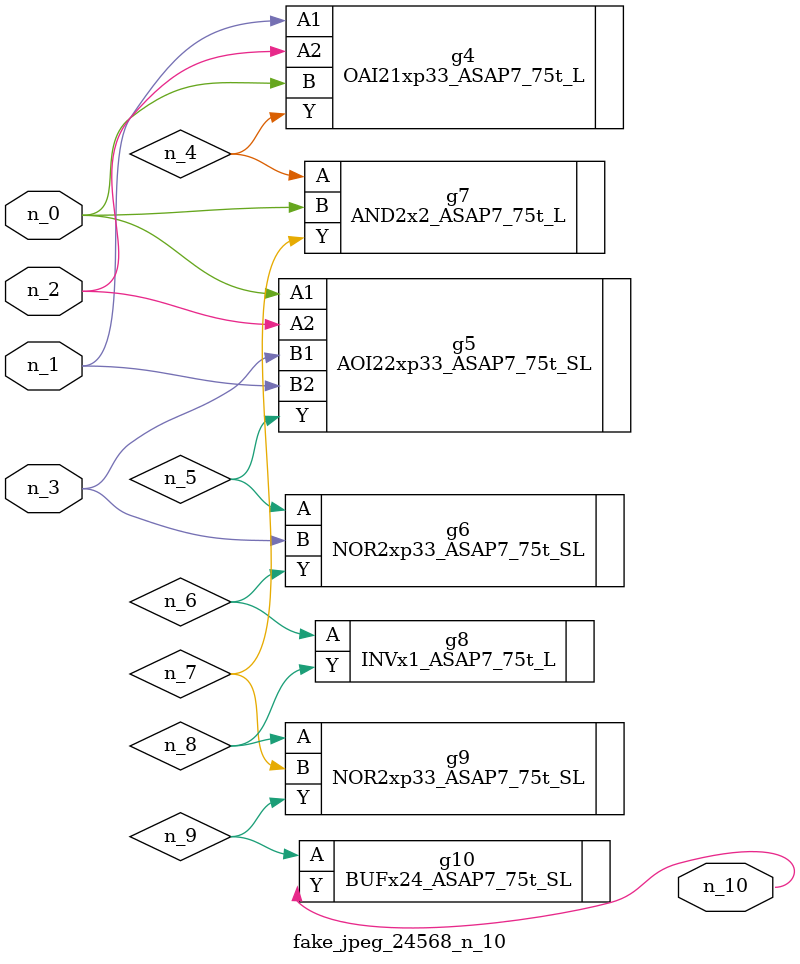
<source format=v>
module fake_jpeg_24568_n_10 (n_0, n_3, n_2, n_1, n_10);

input n_0;
input n_3;
input n_2;
input n_1;

output n_10;

wire n_4;
wire n_8;
wire n_9;
wire n_6;
wire n_5;
wire n_7;

OAI21xp33_ASAP7_75t_L g4 ( 
.A1(n_1),
.A2(n_2),
.B(n_0),
.Y(n_4)
);

AOI22xp33_ASAP7_75t_SL g5 ( 
.A1(n_0),
.A2(n_2),
.B1(n_3),
.B2(n_1),
.Y(n_5)
);

NOR2xp33_ASAP7_75t_SL g6 ( 
.A(n_5),
.B(n_3),
.Y(n_6)
);

INVx1_ASAP7_75t_L g8 ( 
.A(n_6),
.Y(n_8)
);

AND2x2_ASAP7_75t_L g7 ( 
.A(n_4),
.B(n_0),
.Y(n_7)
);

NOR2xp33_ASAP7_75t_SL g9 ( 
.A(n_8),
.B(n_7),
.Y(n_9)
);

BUFx24_ASAP7_75t_SL g10 ( 
.A(n_9),
.Y(n_10)
);


endmodule
</source>
